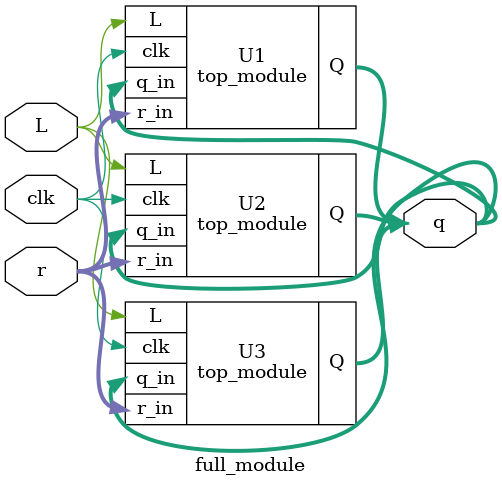
<source format=sv>
module top_module(
    input clk,
    input L,
    input [2:0] q_in,
    input [2:0] r_in,
    output reg [2:0] Q
);

always @(posedge clk) begin
    if (L) begin
        Q <= r_in;
    end else begin
        Q <= {Q[1] ^ Q[2], Q[0], Q[2]};
    end
end

endmodule
module full_module(
    input [2:0] r,
    input L,
    input clk,
    output [2:0] q
);

top_module U1 (
    .clk(clk),
    .L(L),
    .q_in(q),
    .r_in(r),
    .Q(q)
);

top_module U2 (
    .clk(clk),
    .L(L),
    .q_in(q),
    .r_in(r),
    .Q(q)
);

top_module U3 (
    .clk(clk),
    .L(L),
    .q_in(q),
    .r_in(r),
    .Q(q)
);

endmodule

</source>
